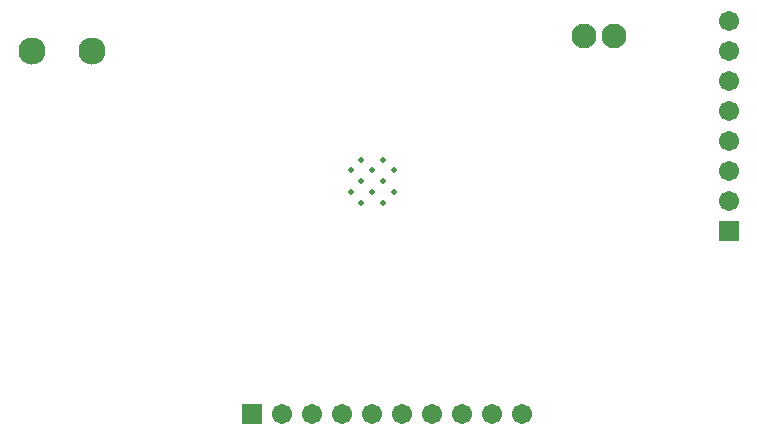
<source format=gbs>
G04*
G04 #@! TF.GenerationSoftware,Altium Limited,Altium Designer,22.9.1 (49)*
G04*
G04 Layer_Color=16711935*
%FSLAX25Y25*%
%MOIN*%
G70*
G04*
G04 #@! TF.SameCoordinates,5CD507B9-0275-4A0A-92E1-85163E932064*
G04*
G04*
G04 #@! TF.FilePolarity,Negative*
G04*
G01*
G75*
%ADD35C,0.06706*%
%ADD36R,0.06706X0.06706*%
%ADD37R,0.06706X0.06706*%
%ADD38C,0.08268*%
%ADD39C,0.09055*%
%ADD40C,0.01981*%
D35*
X189559Y36386D02*
D03*
X129559D02*
D03*
X119559D02*
D03*
X179559D02*
D03*
X169559D02*
D03*
X159559D02*
D03*
X149559D02*
D03*
X139559D02*
D03*
X109559D02*
D03*
X258559Y107386D02*
D03*
Y117386D02*
D03*
Y127386D02*
D03*
Y137386D02*
D03*
Y147386D02*
D03*
Y157386D02*
D03*
Y167386D02*
D03*
D36*
X99559Y36386D02*
D03*
D37*
X258559Y97386D02*
D03*
D38*
X210059Y162386D02*
D03*
X220059D02*
D03*
D39*
X26059Y157386D02*
D03*
X46059D02*
D03*
D40*
X143199Y106634D02*
D03*
X135974D02*
D03*
X146811Y110246D02*
D03*
X139587D02*
D03*
X132362D02*
D03*
X143199Y113858D02*
D03*
X135974D02*
D03*
X146811Y117471D02*
D03*
X139587D02*
D03*
X132362D02*
D03*
X143199Y121083D02*
D03*
X135974D02*
D03*
M02*

</source>
